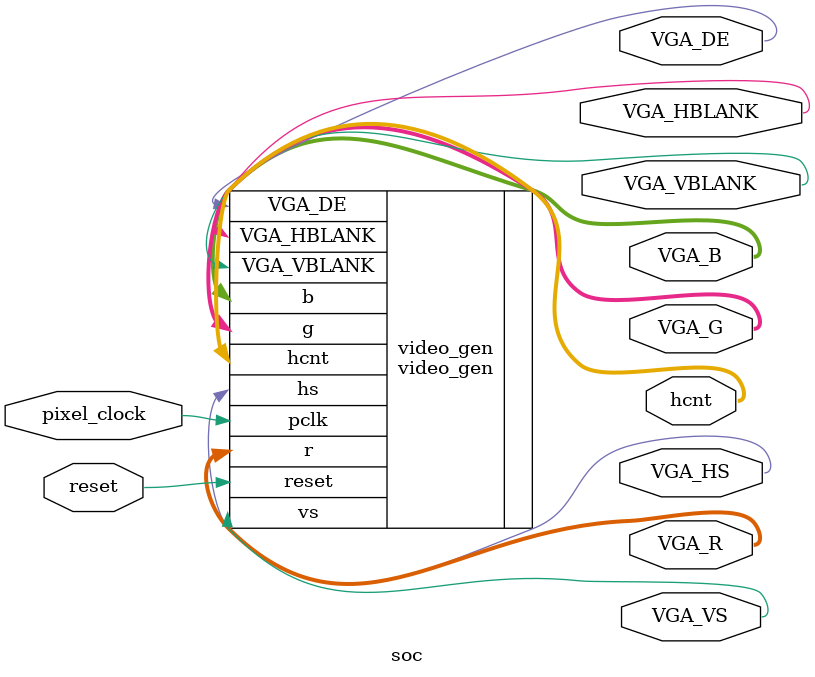
<source format=v>

module soc (
   input  reset,
   input  pixel_clock,
   output [9:0] hcnt,
   output VGA_HS,
   output VGA_VS,
   output [7:0] VGA_R,
   output [7:0] VGA_G,
   output [7:0] VGA_B,
   output VGA_DE,
   output VGA_HBLANK,
   output VGA_VBLANK
);



video_gen video_gen (
	 .reset (reset),
	 .hcnt(hcnt),
	 .pclk  (pixel_clock),
	 .hs    (VGA_HS),
	 .vs    (VGA_VS),
	 .r     (VGA_R),
	 .g     (VGA_G),
	 .b     (VGA_B),
	 .VGA_HBLANK(VGA_HBLANK),
	 .VGA_VBLANK(VGA_VBLANK),
	 .VGA_DE(VGA_DE)
);
					


endmodule

</source>
